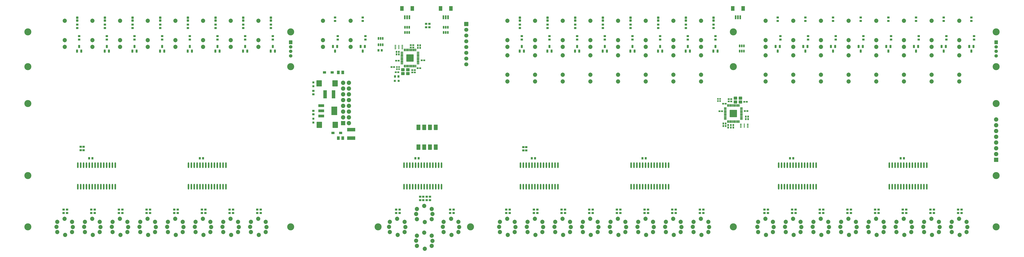
<source format=gts>
G04 Layer: TopSolderMaskLayer*
G04 EasyEDA v6.5.34, 2023-08-15 01:36:41*
G04 4f68baccf90e46bd970f154785848b76,5a6b42c53f6a479593ecc07194224c93,10*
G04 Gerber Generator version 0.2*
G04 Scale: 100 percent, Rotated: No, Reflected: No *
G04 Dimensions in millimeters *
G04 leading zeros omitted , absolute positions ,4 integer and 5 decimal *
%FSLAX45Y45*%
%MOMM*%

%AMMACRO1*1,1,$1,$2,$3*1,1,$1,$4,$5*1,1,$1,0-$2,0-$3*1,1,$1,0-$4,0-$5*20,1,$1,$2,$3,$4,$5,0*20,1,$1,$4,$5,0-$2,0-$3,0*20,1,$1,0-$2,0-$3,0-$4,0-$5,0*20,1,$1,0-$4,0-$5,$2,$3,0*4,1,4,$2,$3,$4,$5,0-$2,0-$3,0-$4,0-$5,$2,$3,0*%
%ADD10MACRO1,0.1016X0.9X-0.9X0.9X0.9*%
%ADD11C,1.9016*%
%ADD12MACRO1,0.1016X-0.275X-0.275X-0.275X0.275*%
%ADD13MACRO1,0.1016X-0.266X0.536X0.266X0.536*%
%ADD14MACRO1,0.1016X0.3X-0.775X-0.3X-0.775*%
%ADD15MACRO1,0.1016X0.75X-1X-0.75X-1*%
%ADD16MACRO1,0.1016X-0.27X0.395X0.27X0.395*%
%ADD17MACRO1,0.1016X-0.27X-0.395X0.27X-0.395*%
%ADD18MACRO1,0.1016X0.27X-0.395X-0.27X-0.395*%
%ADD19MACRO1,0.1016X0.27X0.395X-0.27X0.395*%
%ADD20MACRO1,0.1016X-0.7X0.6X-0.7X-0.6*%
%ADD21MACRO1,0.1016X0.7X0.6X0.7X-0.6*%
%ADD22MACRO1,0.1016X0.7X-0.6X0.7X0.6*%
%ADD23MACRO1,0.1016X-0.7X-0.6X-0.7X0.6*%
%ADD24MACRO1,0.1016X-0.395X-0.27X-0.395X0.27*%
%ADD25MACRO1,0.1016X0.395X-0.27X0.395X0.27*%
%ADD26MACRO1,0.1X0.55X-0.1X-0.55X-0.1*%
%ADD27MACRO1,0.1X0.1X0.55X0.1X-0.55*%
%ADD28MACRO1,0.1X-0.55X0.1X0.55X0.1*%
%ADD29MACRO1,0.1X-0.1X-0.55X-0.1X0.55*%
%ADD30MACRO1,0.1X1.55X-1.55X-1.55X-1.55*%
%ADD31MACRO1,0.1016X0.3X-0.14X-0.3X-0.14*%
%ADD32MACRO1,0.1016X-0.15X0.85X0.15X0.85*%
%ADD33MACRO1,0.1016X0.395X0.27X0.395X-0.27*%
%ADD34MACRO1,0.1016X-0.395X0.27X-0.395X-0.27*%
%ADD35MACRO1,0.1016X1.7496X-0.7033X-1.7496X-0.7033*%
%ADD36MACRO1,0.1016X1.7496X0.7033X-1.7496X0.7033*%
%ADD37MACRO1,0.1016X-0.4X0.4X0.4X0.4*%
%ADD38MACRO1,0.1016X0.4X-0.4X-0.4X-0.4*%
%ADD39MACRO1,0.1016X-0.5663X0.6885X-0.5663X-0.6885*%
%ADD40MACRO1,0.1016X0.5663X0.6885X0.5663X-0.6885*%
%ADD41MACRO1,0.1016X0.6X-0.475X-0.6X-0.475*%
%ADD42MACRO1,0.1016X-1.2325X0.525X-1.2325X-0.525*%
%ADD43MACRO1,0.1016X-1.2325X-1.77X-1.2325X1.77*%
%ADD44MACRO1,0.1016X1.1038X1.296X1.1038X-1.296*%
%ADD45MACRO1,0.1016X-1.1038X1.296X-1.1038X-1.296*%
%ADD46MACRO1,0.1016X0.7033X1.7496X0.7033X-1.7496*%
%ADD47MACRO1,0.1016X-0.7033X1.7496X-0.7033X-1.7496*%
%ADD48MACRO1,0.1016X-0.432X0.4032X0.432X0.4032*%
%ADD49MACRO1,0.1016X-0.432X-0.4032X0.432X-0.4032*%
%ADD50MACRO1,0.1016X0.432X-0.4032X-0.432X-0.4032*%
%ADD51MACRO1,0.1016X0.432X0.4032X-0.432X0.4032*%
%ADD52MACRO1,0.1016X-0.4536X0.4366X0.4536X0.4366*%
%ADD53MACRO1,0.1016X-0.4536X-0.4366X0.4536X-0.4366*%
%ADD54O,0.6755891999999999X2.4896064*%
%ADD55MACRO1,0.1016X-0.4X0.45X0.4X0.45*%
%ADD56C,1.8532*%
%ADD57MACRO1,0.1016X0.4X-0.45X-0.4X-0.45*%
%ADD58MACRO1,0.1016X-0.275X-0.5X-0.275X0.5*%
%ADD59MACRO1,0.1016X-0.762X-1.143X-0.762X1.143*%
%ADD60MACRO1,0.1016X0.4X0.4X0.4X-0.4*%
%ADD61MACRO1,0.1016X0.275X-0.275X-0.275X-0.275*%
%ADD62MACRO1,0.1016X-0.3X0.14X0.3X0.14*%
%ADD63MACRO1,0.1016X0.15X-0.85X-0.15X-0.85*%
%ADD64MACRO1,0.1X-1.55X1.55X1.55X1.55*%
%ADD65MACRO1,0.1016X-0.4032X-0.432X-0.4032X0.432*%
%ADD66MACRO1,0.1016X0.4032X-0.432X0.4032X0.432*%
%ADD67C,1.5016*%
%ADD68MACRO1,0.1016X0.7X0.762X0.7X-0.762*%
%ADD69MACRO1,0.1016X0.85X-0.85X0.85X0.85*%
%ADD70C,1.8016*%
%ADD71MACRO1,0.1016X-0.9X-0.9X-0.9X0.9*%
%ADD72MACRO1,0.1016X-0.35X-0.625X-0.35X0.625*%
%ADD73MACRO1,0.1016X0.35X0.625X0.35X-0.625*%
%ADD74C,3.1016*%
%ADD75C,0.0189*%

%LPD*%
D10*
G01*
X16682887Y2946394D03*
D11*
G01*
X16936897Y2946400D03*
G01*
X16682897Y3200400D03*
G01*
X16936897Y3200400D03*
G01*
X16682897Y3454400D03*
G01*
X16936897Y3454400D03*
G01*
X16682897Y3708400D03*
G01*
X16936897Y3708400D03*
G01*
X16682897Y3962400D03*
G01*
X16936897Y3962400D03*
G01*
X16682897Y4216400D03*
G01*
X16936897Y4216400D03*
G01*
X16682897Y4470400D03*
G01*
X16936897Y4470400D03*
G01*
X16682897Y4724400D03*
G01*
X16936897Y4724400D03*
D12*
G01*
X33200494Y3920915D03*
G01*
X33295511Y3920915D03*
G01*
X33295516Y4015938D03*
G01*
X33200494Y4015936D03*
D13*
G01*
X34156904Y6120790D03*
G01*
X34251900Y6120790D03*
G01*
X34346896Y6120790D03*
G01*
X34346896Y6350609D03*
G01*
X34251900Y6350609D03*
G01*
X34156904Y6350609D03*
D14*
G01*
X34186799Y7616748D03*
G01*
X34086800Y7616748D03*
G01*
X33986800Y7616748D03*
D15*
G01*
X33856799Y8004248D03*
G01*
X34316798Y8004248D03*
D16*
G01*
X33540697Y2818053D03*
D17*
G01*
X33540697Y2927065D03*
D16*
G01*
X33655000Y2752194D03*
D17*
G01*
X33655000Y2861205D03*
D18*
G01*
X33439097Y2927065D03*
D19*
G01*
X33439097Y2818053D03*
D20*
G01*
X34196797Y4049748D03*
D21*
G01*
X33976797Y4049748D03*
D22*
G01*
X33976797Y3879745D03*
D23*
G01*
X34196797Y3879745D03*
D24*
G01*
X34471505Y3886200D03*
D25*
G01*
X34362494Y3886200D03*
D24*
G01*
X33785705Y4002857D03*
D25*
G01*
X33676694Y4002857D03*
D24*
G01*
X33785705Y3901257D03*
D25*
G01*
X33676694Y3901257D03*
D26*
G01*
X34238606Y3107852D03*
G01*
X34238606Y3147857D03*
G01*
X34238606Y3187862D03*
G01*
X34238606Y3227867D03*
G01*
X34238606Y3267847D03*
G01*
X34238606Y3307852D03*
G01*
X34238606Y3347857D03*
G01*
X34238606Y3387862D03*
G01*
X34238606Y3427867D03*
G01*
X34238606Y3467846D03*
G01*
X34238606Y3507851D03*
G01*
X34238606Y3547856D03*
G01*
X34238606Y3587861D03*
G01*
X34238606Y3627866D03*
D27*
G01*
X34143591Y3722855D03*
G01*
X34103612Y3722855D03*
G01*
X34063607Y3722855D03*
G01*
X34023602Y3722855D03*
G01*
X33983597Y3722855D03*
G01*
X33943592Y3722855D03*
G01*
X33903612Y3722855D03*
G01*
X33863607Y3722855D03*
G01*
X33823602Y3722855D03*
G01*
X33783597Y3722855D03*
G01*
X33743592Y3722855D03*
G01*
X33703613Y3722855D03*
G01*
X33663608Y3722855D03*
G01*
X33623603Y3722855D03*
D28*
G01*
X33528589Y3627866D03*
G01*
X33528589Y3587861D03*
G01*
X33528589Y3547856D03*
G01*
X33528589Y3507851D03*
G01*
X33528589Y3467846D03*
G01*
X33528589Y3427867D03*
G01*
X33528589Y3387862D03*
G01*
X33528589Y3347857D03*
G01*
X33528589Y3307852D03*
G01*
X33528589Y3267847D03*
G01*
X33528589Y3227867D03*
G01*
X33528589Y3187862D03*
G01*
X33528589Y3147857D03*
G01*
X33528589Y3107852D03*
D29*
G01*
X33623603Y3012864D03*
G01*
X33663608Y3012864D03*
G01*
X33703613Y3012864D03*
G01*
X33743592Y3012864D03*
G01*
X33783597Y3012864D03*
G01*
X33823602Y3012864D03*
G01*
X33863607Y3012864D03*
G01*
X33903612Y3012864D03*
G01*
X33943592Y3012864D03*
G01*
X33983597Y3012864D03*
G01*
X34023602Y3012864D03*
G01*
X34063607Y3012864D03*
G01*
X34103612Y3012864D03*
G01*
X34143591Y3012864D03*
D30*
G01*
X33883602Y3367854D03*
D24*
G01*
X33544405Y3799657D03*
D25*
G01*
X33435394Y3799657D03*
D31*
G01*
X34215461Y2909460D03*
G01*
X34215461Y2859448D03*
G01*
X34215461Y2809460D03*
G01*
X34215461Y2759448D03*
G01*
X34516943Y2909460D03*
G01*
X34516943Y2859448D03*
G01*
X34516943Y2809460D03*
G01*
X34516943Y2759448D03*
D32*
G01*
X34366205Y2834457D03*
D16*
G01*
X34429697Y3122853D03*
D17*
G01*
X34429697Y3231865D03*
D16*
G01*
X34531297Y3122853D03*
D17*
G01*
X34531297Y3231865D03*
D33*
G01*
X34387894Y3482157D03*
D34*
G01*
X34496905Y3482157D03*
D16*
G01*
X33883600Y2752194D03*
D17*
G01*
X33883600Y2861205D03*
D18*
G01*
X33769300Y2861205D03*
D19*
G01*
X33769300Y2752194D03*
D24*
G01*
X33379303Y3469459D03*
D25*
G01*
X33270291Y3469459D03*
D35*
G01*
X17043389Y2661826D03*
D36*
G01*
X17043389Y2291158D03*
D37*
G01*
X15374787Y4574405D03*
G01*
X15374787Y4744585D03*
D38*
G01*
X15374787Y3144387D03*
G01*
X15374787Y2974207D03*
D39*
G01*
X16665211Y2284594D03*
D40*
G01*
X16471958Y2284594D03*
D39*
G01*
X16670116Y5181588D03*
D40*
G01*
X16476863Y5181588D03*
D41*
G01*
X15865185Y5181592D03*
G01*
X16205189Y5181592D03*
G01*
X16233485Y2513197D03*
G01*
X16573489Y2513197D03*
D42*
G01*
X15724037Y3722491D03*
G01*
X15724037Y3492492D03*
G01*
X15724037Y3262492D03*
D43*
G01*
X16295537Y3492492D03*
D44*
G01*
X15633263Y2868797D03*
D45*
G01*
X16335512Y2868797D03*
D44*
G01*
X15625475Y4699000D03*
D45*
G01*
X16327724Y4699000D03*
D46*
G01*
X15887954Y4214995D03*
D47*
G01*
X16258621Y4214995D03*
D48*
G01*
X15374787Y4215870D03*
D49*
G01*
X15374787Y4366520D03*
D50*
G01*
X15374787Y3490222D03*
D51*
G01*
X15374787Y3339572D03*
D52*
G01*
X25692100Y7468943D03*
D53*
G01*
X25692100Y7593256D03*
D52*
G01*
X26911300Y7468943D03*
D53*
G01*
X26911300Y7593256D03*
D52*
G01*
X28130500Y7468943D03*
D53*
G01*
X28130500Y7593256D03*
D52*
G01*
X29349700Y7468943D03*
D53*
G01*
X29349700Y7593256D03*
D52*
G01*
X30568900Y7468943D03*
D53*
G01*
X30568900Y7593256D03*
D52*
G01*
X31788100Y7468943D03*
D53*
G01*
X31788100Y7593256D03*
D52*
G01*
X33007300Y7468943D03*
D53*
G01*
X33007300Y7593256D03*
D52*
G01*
X24472900Y7468943D03*
D53*
G01*
X24472900Y7593256D03*
D54*
G01*
X31026100Y1096695D03*
G01*
X30899100Y1096695D03*
G01*
X30772100Y1096695D03*
G01*
X30645100Y1096695D03*
G01*
X30518100Y1096695D03*
G01*
X30391100Y1096695D03*
G01*
X30264100Y1096695D03*
G01*
X30137100Y1096695D03*
G01*
X30010100Y1096695D03*
G01*
X29883100Y1096695D03*
G01*
X29756100Y1096695D03*
G01*
X29629100Y1096695D03*
G01*
X29502100Y1096695D03*
G01*
X29375100Y1096695D03*
G01*
X31026100Y147904D03*
G01*
X30899100Y147904D03*
G01*
X30772100Y147904D03*
G01*
X30645100Y147904D03*
G01*
X30518100Y147904D03*
G01*
X30391100Y147904D03*
G01*
X30264100Y147904D03*
G01*
X30137100Y147904D03*
G01*
X30010100Y147904D03*
G01*
X29883100Y147904D03*
G01*
X29756100Y147904D03*
G01*
X29629100Y147904D03*
G01*
X29502100Y147904D03*
G01*
X29375100Y147904D03*
D55*
G01*
X30016599Y1397000D03*
G01*
X29876600Y1397000D03*
D56*
G01*
X27901900Y-1854200D03*
G01*
X27251888Y-1854200D03*
G01*
X27901900Y-1404188D03*
G01*
X27251888Y-1404188D03*
G01*
X27576907Y-1269212D03*
G01*
X27936901Y-1629206D03*
G01*
X27597100Y-1981200D03*
G01*
X27216100Y-1625600D03*
G01*
X26682700Y-1854200D03*
G01*
X26032688Y-1854200D03*
G01*
X26682700Y-1404188D03*
G01*
X26032688Y-1404188D03*
G01*
X26357707Y-1269212D03*
G01*
X26717701Y-1629206D03*
G01*
X26377900Y-1981200D03*
G01*
X25996900Y-1625600D03*
G01*
X25463500Y-1854200D03*
G01*
X24813488Y-1854200D03*
G01*
X25463500Y-1404188D03*
G01*
X24813488Y-1404188D03*
G01*
X25138506Y-1269212D03*
G01*
X25498501Y-1629206D03*
G01*
X25158700Y-1981200D03*
G01*
X24777700Y-1625600D03*
G01*
X24244300Y-1854200D03*
G01*
X23594288Y-1854200D03*
G01*
X24244300Y-1404188D03*
G01*
X23594288Y-1404188D03*
G01*
X23919306Y-1269212D03*
G01*
X24279301Y-1629206D03*
G01*
X23939500Y-1981200D03*
G01*
X23558500Y-1625600D03*
D50*
G01*
X27686000Y-864475D03*
D51*
G01*
X27686000Y-1015124D03*
D50*
G01*
X27533600Y-864475D03*
D51*
G01*
X27533600Y-1015124D03*
D50*
G01*
X26314400Y-864475D03*
D51*
G01*
X26314400Y-1015124D03*
D50*
G01*
X26466800Y-864475D03*
D51*
G01*
X26466800Y-1015124D03*
D50*
G01*
X25247600Y-864475D03*
D51*
G01*
X25247600Y-1015124D03*
D50*
G01*
X25095200Y-864475D03*
D51*
G01*
X25095200Y-1015124D03*
D50*
G01*
X24028400Y-864475D03*
D51*
G01*
X24028400Y-1015124D03*
D50*
G01*
X23876000Y-864475D03*
D51*
G01*
X23876000Y-1015124D03*
D56*
G01*
X32778700Y-1854200D03*
G01*
X32128688Y-1854200D03*
G01*
X32778700Y-1404188D03*
G01*
X32128688Y-1404188D03*
G01*
X32453707Y-1269212D03*
G01*
X32813701Y-1629206D03*
G01*
X32473900Y-1981200D03*
G01*
X32092900Y-1625600D03*
G01*
X31559500Y-1854200D03*
G01*
X30909488Y-1854200D03*
G01*
X31559500Y-1404188D03*
G01*
X30909488Y-1404188D03*
G01*
X31234507Y-1269212D03*
G01*
X31594501Y-1629206D03*
G01*
X31254700Y-1981200D03*
G01*
X30873700Y-1625600D03*
G01*
X30340300Y-1854200D03*
G01*
X29690288Y-1854200D03*
G01*
X30340300Y-1404188D03*
G01*
X29690288Y-1404188D03*
G01*
X30015307Y-1269212D03*
G01*
X30375301Y-1629206D03*
G01*
X30035500Y-1981200D03*
G01*
X29654500Y-1625600D03*
G01*
X29121100Y-1854200D03*
G01*
X28471088Y-1854200D03*
G01*
X29121100Y-1404188D03*
G01*
X28471088Y-1404188D03*
G01*
X28796107Y-1269212D03*
G01*
X29156101Y-1629206D03*
G01*
X28816300Y-1981200D03*
G01*
X28435300Y-1625600D03*
D50*
G01*
X32562800Y-864475D03*
D51*
G01*
X32562800Y-1015124D03*
D50*
G01*
X32410400Y-864475D03*
D51*
G01*
X32410400Y-1015124D03*
D50*
G01*
X31343600Y-864475D03*
D51*
G01*
X31343600Y-1015124D03*
D50*
G01*
X31191200Y-864475D03*
D51*
G01*
X31191200Y-1015124D03*
D50*
G01*
X30124400Y-864475D03*
D51*
G01*
X30124400Y-1015124D03*
D50*
G01*
X29972000Y-864475D03*
D51*
G01*
X29972000Y-1015124D03*
D50*
G01*
X28905200Y-864475D03*
D51*
G01*
X28905200Y-1015124D03*
D50*
G01*
X28752800Y-864475D03*
D51*
G01*
X28752800Y-1015124D03*
D54*
G01*
X26149300Y1096695D03*
G01*
X26022300Y1096695D03*
G01*
X25895300Y1096695D03*
G01*
X25768300Y1096695D03*
G01*
X25641300Y1096695D03*
G01*
X25514300Y1096695D03*
G01*
X25387300Y1096695D03*
G01*
X25260300Y1096695D03*
G01*
X25133300Y1096695D03*
G01*
X25006300Y1096695D03*
G01*
X24879300Y1096695D03*
G01*
X24752300Y1096695D03*
G01*
X24625300Y1096695D03*
G01*
X24498300Y1096695D03*
G01*
X26149300Y147904D03*
G01*
X26022300Y147904D03*
G01*
X25895300Y147904D03*
G01*
X25768300Y147904D03*
G01*
X25641300Y147904D03*
G01*
X25514300Y147904D03*
G01*
X25387300Y147904D03*
G01*
X25260300Y147904D03*
G01*
X25133300Y147904D03*
G01*
X25006300Y147904D03*
G01*
X24879300Y147904D03*
G01*
X24752300Y147904D03*
G01*
X24625300Y147904D03*
G01*
X24498300Y147904D03*
D55*
G01*
X25139799Y1397000D03*
G01*
X24999800Y1397000D03*
D54*
G01*
X42405300Y1096695D03*
G01*
X42278300Y1096695D03*
G01*
X42151300Y1096695D03*
G01*
X42024300Y1096695D03*
G01*
X41897300Y1096695D03*
G01*
X41770300Y1096695D03*
G01*
X41643300Y1096695D03*
G01*
X41516300Y1096695D03*
G01*
X41389300Y1096695D03*
G01*
X41262300Y1096695D03*
G01*
X41135300Y1096695D03*
G01*
X41008300Y1096695D03*
G01*
X40881300Y1096695D03*
G01*
X40754300Y1096695D03*
G01*
X42405300Y147904D03*
G01*
X42278300Y147904D03*
G01*
X42151300Y147904D03*
G01*
X42024300Y147904D03*
G01*
X41897300Y147904D03*
G01*
X41770300Y147904D03*
G01*
X41643300Y147904D03*
G01*
X41516300Y147904D03*
G01*
X41389300Y147904D03*
G01*
X41262300Y147904D03*
G01*
X41135300Y147904D03*
G01*
X41008300Y147904D03*
G01*
X40881300Y147904D03*
G01*
X40754300Y147904D03*
D55*
G01*
X41395799Y1397000D03*
G01*
X41255800Y1397000D03*
D56*
G01*
X39281100Y-1854200D03*
G01*
X38631088Y-1854200D03*
G01*
X39281100Y-1404188D03*
G01*
X38631088Y-1404188D03*
G01*
X38956107Y-1269212D03*
G01*
X39316101Y-1629206D03*
G01*
X38976300Y-1981200D03*
G01*
X38595300Y-1625600D03*
G01*
X38061900Y-1854200D03*
G01*
X37411888Y-1854200D03*
G01*
X38061900Y-1404188D03*
G01*
X37411888Y-1404188D03*
G01*
X37736907Y-1269212D03*
G01*
X38096901Y-1629206D03*
G01*
X37757100Y-1981200D03*
G01*
X37376100Y-1625600D03*
G01*
X36842700Y-1854200D03*
G01*
X36192688Y-1854200D03*
G01*
X36842700Y-1404188D03*
G01*
X36192688Y-1404188D03*
G01*
X36517707Y-1269212D03*
G01*
X36877701Y-1629206D03*
G01*
X36537900Y-1981200D03*
G01*
X36156900Y-1625600D03*
G01*
X35623500Y-1854200D03*
G01*
X34973488Y-1854200D03*
G01*
X35623500Y-1404188D03*
G01*
X34973488Y-1404188D03*
G01*
X35298507Y-1269212D03*
G01*
X35658501Y-1629206D03*
G01*
X35318700Y-1981200D03*
G01*
X34937700Y-1625600D03*
D50*
G01*
X39065200Y-864475D03*
D51*
G01*
X39065200Y-1015124D03*
D50*
G01*
X38912800Y-864475D03*
D51*
G01*
X38912800Y-1015124D03*
D50*
G01*
X37693600Y-864475D03*
D51*
G01*
X37693600Y-1015124D03*
D50*
G01*
X37846000Y-864475D03*
D51*
G01*
X37846000Y-1015124D03*
D50*
G01*
X36626800Y-864475D03*
D51*
G01*
X36626800Y-1015124D03*
D50*
G01*
X36474400Y-864475D03*
D51*
G01*
X36474400Y-1015124D03*
D50*
G01*
X35407600Y-864475D03*
D51*
G01*
X35407600Y-1015124D03*
D50*
G01*
X35255200Y-864475D03*
D51*
G01*
X35255200Y-1015124D03*
D56*
G01*
X44157900Y-1854200D03*
G01*
X43507888Y-1854200D03*
G01*
X44157900Y-1404188D03*
G01*
X43507888Y-1404188D03*
G01*
X43832907Y-1269212D03*
G01*
X44192901Y-1629206D03*
G01*
X43853100Y-1981200D03*
G01*
X43472100Y-1625600D03*
G01*
X42938700Y-1854200D03*
G01*
X42288688Y-1854200D03*
G01*
X42938700Y-1404188D03*
G01*
X42288688Y-1404188D03*
G01*
X42613707Y-1269212D03*
G01*
X42973701Y-1629206D03*
G01*
X42633900Y-1981200D03*
G01*
X42252900Y-1625600D03*
G01*
X41719500Y-1854200D03*
G01*
X41069488Y-1854200D03*
G01*
X41719500Y-1404188D03*
G01*
X41069488Y-1404188D03*
G01*
X41394507Y-1269212D03*
G01*
X41754501Y-1629206D03*
G01*
X41414700Y-1981200D03*
G01*
X41033700Y-1625600D03*
G01*
X40500300Y-1854200D03*
G01*
X39850288Y-1854200D03*
G01*
X40500300Y-1404188D03*
G01*
X39850288Y-1404188D03*
G01*
X40175307Y-1269212D03*
G01*
X40535301Y-1629206D03*
G01*
X40195500Y-1981200D03*
G01*
X39814500Y-1625600D03*
D50*
G01*
X43942000Y-864475D03*
D51*
G01*
X43942000Y-1015124D03*
D50*
G01*
X43789600Y-864475D03*
D51*
G01*
X43789600Y-1015124D03*
D50*
G01*
X42722800Y-864475D03*
D51*
G01*
X42722800Y-1015124D03*
D50*
G01*
X42570400Y-864475D03*
D51*
G01*
X42570400Y-1015124D03*
D50*
G01*
X41503600Y-864475D03*
D51*
G01*
X41503600Y-1015124D03*
D50*
G01*
X41351200Y-864475D03*
D51*
G01*
X41351200Y-1015124D03*
D50*
G01*
X40284400Y-864475D03*
D51*
G01*
X40284400Y-1015124D03*
D50*
G01*
X40132000Y-864475D03*
D51*
G01*
X40132000Y-1015124D03*
D54*
G01*
X37528500Y1096695D03*
G01*
X37401500Y1096695D03*
G01*
X37274500Y1096695D03*
G01*
X37147500Y1096695D03*
G01*
X37020500Y1096695D03*
G01*
X36893500Y1096695D03*
G01*
X36766500Y1096695D03*
G01*
X36639500Y1096695D03*
G01*
X36512500Y1096695D03*
G01*
X36385500Y1096695D03*
G01*
X36258500Y1096695D03*
G01*
X36131500Y1096695D03*
G01*
X36004500Y1096695D03*
G01*
X35877500Y1096695D03*
G01*
X37528500Y147904D03*
G01*
X37401500Y147904D03*
G01*
X37274500Y147904D03*
G01*
X37147500Y147904D03*
G01*
X37020500Y147904D03*
G01*
X36893500Y147904D03*
G01*
X36766500Y147904D03*
G01*
X36639500Y147904D03*
G01*
X36512500Y147904D03*
G01*
X36385500Y147904D03*
G01*
X36258500Y147904D03*
G01*
X36131500Y147904D03*
G01*
X36004500Y147904D03*
G01*
X35877500Y147904D03*
D55*
G01*
X36518999Y1397000D03*
G01*
X36379000Y1397000D03*
D57*
G01*
X18243400Y6159500D03*
G01*
X18383399Y6159500D03*
D58*
G01*
X18243796Y6680502D03*
G01*
X18338792Y6680502D03*
G01*
X18433788Y6680502D03*
G01*
X18433788Y6400492D03*
G01*
X18338792Y6400492D03*
G01*
X18243796Y6400492D03*
D59*
G01*
X20002500Y1886597D03*
G01*
X20002500Y2761602D03*
G01*
X20256500Y2761602D03*
G01*
X20256500Y1886597D03*
G01*
X20510500Y1886597D03*
G01*
X20510500Y2761602D03*
G01*
X20764500Y2761602D03*
G01*
X20764500Y1886597D03*
D56*
G01*
X19392900Y-1854200D03*
G01*
X18742888Y-1854200D03*
G01*
X19392900Y-1404188D03*
G01*
X18742888Y-1404188D03*
G01*
X19067906Y-1269212D03*
G01*
X19427901Y-1629206D03*
G01*
X19088100Y-1981200D03*
G01*
X18707100Y-1625600D03*
G01*
X20586700Y-1282700D03*
G01*
X19936688Y-1282700D03*
G01*
X20586700Y-832688D03*
G01*
X19936688Y-832688D03*
G01*
X20261706Y-697712D03*
G01*
X20621701Y-1057706D03*
G01*
X20281900Y-1409700D03*
G01*
X19900900Y-1054100D03*
G01*
X20586700Y-2463800D03*
G01*
X19936688Y-2463800D03*
G01*
X20586700Y-2013788D03*
G01*
X19936688Y-2013788D03*
G01*
X20261706Y-1878812D03*
G01*
X20621701Y-2238806D03*
G01*
X20281900Y-2590800D03*
G01*
X19900900Y-2235200D03*
G01*
X21767800Y-1854200D03*
G01*
X21117788Y-1854200D03*
G01*
X21767800Y-1404188D03*
G01*
X21117788Y-1404188D03*
G01*
X21442806Y-1269212D03*
G01*
X21802801Y-1629206D03*
G01*
X21463000Y-1981200D03*
G01*
X21082000Y-1625600D03*
D54*
G01*
X21018500Y1096695D03*
G01*
X20891500Y1096695D03*
G01*
X20764500Y1096695D03*
G01*
X20637500Y1096695D03*
G01*
X20510500Y1096695D03*
G01*
X20383500Y1096695D03*
G01*
X20256500Y1096695D03*
G01*
X20129500Y1096695D03*
G01*
X20002500Y1096695D03*
G01*
X19875500Y1096695D03*
G01*
X19748500Y1096695D03*
G01*
X19621500Y1096695D03*
G01*
X19494500Y1096695D03*
G01*
X19367500Y1096695D03*
G01*
X21018500Y147904D03*
G01*
X20891500Y147904D03*
G01*
X20764500Y147904D03*
G01*
X20637500Y147904D03*
G01*
X20510500Y147904D03*
G01*
X20383500Y147904D03*
G01*
X20256500Y147904D03*
G01*
X20129500Y147904D03*
G01*
X20002500Y147904D03*
G01*
X19875500Y147904D03*
G01*
X19748500Y147904D03*
G01*
X19621500Y147904D03*
G01*
X19494500Y147904D03*
G01*
X19367500Y147904D03*
D55*
G01*
X20008999Y1397000D03*
G01*
X19869000Y1397000D03*
D50*
G01*
X19024600Y-864475D03*
D51*
G01*
X19024600Y-1015124D03*
D50*
G01*
X19177000Y-864475D03*
D51*
G01*
X19177000Y-1015124D03*
D50*
G01*
X20078700Y-292975D03*
D51*
G01*
X20078700Y-443624D03*
D50*
G01*
X20218400Y-292975D03*
D51*
G01*
X20218400Y-443624D03*
D50*
G01*
X20370800Y-292975D03*
D51*
G01*
X20370800Y-443624D03*
D50*
G01*
X20510500Y-292975D03*
D51*
G01*
X20510500Y-443624D03*
D50*
G01*
X21399500Y-864475D03*
D51*
G01*
X21399500Y-1015124D03*
D50*
G01*
X21551900Y-864475D03*
D51*
G01*
X21551900Y-1015124D03*
D60*
G01*
X18964910Y4813300D03*
G01*
X19135089Y4813300D03*
D14*
G01*
X19607199Y7616748D03*
G01*
X19507200Y7616748D03*
G01*
X19407200Y7616748D03*
D15*
G01*
X19277199Y8004248D03*
G01*
X19737198Y8004248D03*
D61*
G01*
X19148304Y5324574D03*
G01*
X19148304Y5419590D03*
G01*
X19053281Y5419595D03*
G01*
X19053282Y5324574D03*
D24*
G01*
X18926705Y5422900D03*
D25*
G01*
X18817694Y5422900D03*
D24*
G01*
X19129905Y5702300D03*
D25*
G01*
X19020894Y5702300D03*
D18*
G01*
X19037302Y6087000D03*
D19*
G01*
X19037302Y5977989D03*
D18*
G01*
X19138902Y6087000D03*
D19*
G01*
X19138902Y5977989D03*
D62*
G01*
X19289641Y6224196D03*
G01*
X19289641Y6274208D03*
G01*
X19289641Y6324196D03*
G01*
X19289641Y6374208D03*
G01*
X18988158Y6224196D03*
G01*
X18988158Y6274208D03*
G01*
X18988158Y6324196D03*
G01*
X18988158Y6374208D03*
D63*
G01*
X19138897Y6299200D03*
D33*
G01*
X20151194Y5715000D03*
D34*
G01*
X20260205Y5715000D03*
D33*
G01*
X19973394Y5372100D03*
D34*
G01*
X20082405Y5372100D03*
D24*
G01*
X19777605Y6388100D03*
D25*
G01*
X19668594Y6388100D03*
D28*
G01*
X19279193Y6076604D03*
G01*
X19279193Y6036599D03*
G01*
X19279193Y5996594D03*
G01*
X19279193Y5956589D03*
G01*
X19279193Y5916609D03*
G01*
X19279193Y5876604D03*
G01*
X19279193Y5836599D03*
G01*
X19279193Y5796594D03*
G01*
X19279193Y5756589D03*
G01*
X19279193Y5716610D03*
G01*
X19279193Y5676605D03*
G01*
X19279193Y5636600D03*
G01*
X19279193Y5596595D03*
G01*
X19279193Y5556590D03*
D29*
G01*
X19374208Y5461601D03*
G01*
X19414187Y5461601D03*
G01*
X19454192Y5461601D03*
G01*
X19494197Y5461601D03*
G01*
X19534202Y5461601D03*
G01*
X19574207Y5461601D03*
G01*
X19614187Y5461601D03*
G01*
X19654192Y5461601D03*
G01*
X19694197Y5461601D03*
G01*
X19734202Y5461601D03*
G01*
X19774207Y5461601D03*
G01*
X19814186Y5461601D03*
G01*
X19854191Y5461601D03*
G01*
X19894196Y5461601D03*
D26*
G01*
X19989210Y5556590D03*
G01*
X19989210Y5596595D03*
G01*
X19989210Y5636600D03*
G01*
X19989210Y5676605D03*
G01*
X19989210Y5716610D03*
G01*
X19989210Y5756589D03*
G01*
X19989210Y5796594D03*
G01*
X19989210Y5836599D03*
G01*
X19989210Y5876604D03*
G01*
X19989210Y5916609D03*
G01*
X19989210Y5956589D03*
G01*
X19989210Y5996594D03*
G01*
X19989210Y6036599D03*
G01*
X19989210Y6076604D03*
D27*
G01*
X19894196Y6171592D03*
G01*
X19854191Y6171592D03*
G01*
X19814186Y6171592D03*
G01*
X19774207Y6171592D03*
G01*
X19734202Y6171592D03*
G01*
X19694197Y6171592D03*
G01*
X19654192Y6171592D03*
G01*
X19614187Y6171592D03*
G01*
X19574207Y6171592D03*
G01*
X19534202Y6171592D03*
G01*
X19494197Y6171592D03*
G01*
X19454192Y6171592D03*
G01*
X19414187Y6171592D03*
G01*
X19374208Y6171592D03*
D64*
G01*
X19634197Y5816602D03*
D33*
G01*
X19732094Y5283200D03*
D34*
G01*
X19841105Y5283200D03*
D33*
G01*
X19732094Y5181600D03*
D34*
G01*
X19841105Y5181600D03*
D33*
G01*
X19008196Y5194297D03*
D34*
G01*
X19117208Y5194297D03*
D22*
G01*
X19321002Y5134709D03*
D23*
G01*
X19541002Y5134709D03*
D20*
G01*
X19541002Y5304711D03*
D21*
G01*
X19321002Y5304711D03*
D16*
G01*
X20078700Y6270094D03*
D17*
G01*
X20078700Y6379105D03*
D33*
G01*
X19668594Y6286500D03*
D34*
G01*
X19777605Y6286500D03*
D18*
G01*
X19977100Y6379105D03*
D19*
G01*
X19977100Y6270094D03*
D13*
G01*
X19412204Y6946290D03*
G01*
X19507200Y6946290D03*
G01*
X19602195Y6946290D03*
G01*
X19602195Y7176109D03*
G01*
X19507200Y7176109D03*
G01*
X19412204Y7176109D03*
D65*
G01*
X19125324Y5003800D03*
D66*
G01*
X18974675Y5003800D03*
D14*
G01*
X21308999Y7616748D03*
G01*
X21209000Y7616748D03*
G01*
X21109000Y7616748D03*
D15*
G01*
X20978999Y8004248D03*
G01*
X21438998Y8004248D03*
D13*
G01*
X21114004Y6946290D03*
G01*
X21209000Y6946290D03*
G01*
X21303995Y6946290D03*
G01*
X21303995Y7176109D03*
G01*
X21209000Y7176109D03*
G01*
X21114004Y7176109D03*
D54*
G01*
X11518900Y1096695D03*
G01*
X11391900Y1096695D03*
G01*
X11264900Y1096695D03*
G01*
X11137900Y1096695D03*
G01*
X11010900Y1096695D03*
G01*
X10883900Y1096695D03*
G01*
X10756900Y1096695D03*
G01*
X10629900Y1096695D03*
G01*
X10502900Y1096695D03*
G01*
X10375900Y1096695D03*
G01*
X10248900Y1096695D03*
G01*
X10121900Y1096695D03*
G01*
X9994900Y1096695D03*
G01*
X9867900Y1096695D03*
G01*
X11518900Y147904D03*
G01*
X11391900Y147904D03*
G01*
X11264900Y147904D03*
G01*
X11137900Y147904D03*
G01*
X11010900Y147904D03*
G01*
X10883900Y147904D03*
G01*
X10756900Y147904D03*
G01*
X10629900Y147904D03*
G01*
X10502900Y147904D03*
G01*
X10375900Y147904D03*
G01*
X10248900Y147904D03*
G01*
X10121900Y147904D03*
G01*
X9994900Y147904D03*
G01*
X9867900Y147904D03*
D52*
G01*
X4965700Y7468943D03*
D53*
G01*
X4965700Y7593256D03*
D52*
G01*
X6184900Y7468943D03*
D53*
G01*
X6184900Y7593256D03*
D52*
G01*
X7404100Y7468943D03*
D53*
G01*
X7404100Y7593256D03*
D52*
G01*
X8623300Y7468943D03*
D53*
G01*
X8623300Y7593256D03*
D55*
G01*
X10509399Y1397000D03*
G01*
X10369400Y1397000D03*
D52*
G01*
X9842500Y7468943D03*
D53*
G01*
X9842500Y7593256D03*
D52*
G01*
X11061700Y7468943D03*
D53*
G01*
X11061700Y7593256D03*
D52*
G01*
X12280900Y7468943D03*
D53*
G01*
X12280900Y7593256D03*
D52*
G01*
X13500100Y7468943D03*
D53*
G01*
X13500100Y7593256D03*
D67*
G01*
X14376400Y5910300D03*
G01*
X14376400Y6110300D03*
G01*
X14376400Y6310299D03*
D68*
G01*
X14376400Y6510299D03*
D67*
G01*
X45466000Y5910300D03*
G01*
X45466000Y6110300D03*
G01*
X45466000Y6310299D03*
D68*
G01*
X45466000Y6510299D03*
D69*
G01*
X22114156Y7314288D03*
D70*
G01*
X22114151Y7060290D03*
G01*
X22114151Y6806290D03*
G01*
X22114151Y6552290D03*
G01*
X22114151Y6298290D03*
G01*
X22114151Y6044290D03*
G01*
X22114151Y5790290D03*
G01*
X22114151Y5536290D03*
D56*
G01*
X4419600Y7459598D03*
G01*
X4419600Y6609613D03*
G01*
X4419600Y6309588D03*
G01*
X5638800Y7459598D03*
G01*
X5638800Y6609613D03*
G01*
X5638800Y6309588D03*
G01*
X6858000Y7459598D03*
G01*
X6858000Y6609613D03*
G01*
X6858000Y6309588D03*
G01*
X8077200Y7459598D03*
G01*
X8077200Y6609613D03*
G01*
X8077200Y6309588D03*
G01*
X9296400Y7459598D03*
G01*
X9296400Y6609613D03*
G01*
X9296400Y6309588D03*
G01*
X10515600Y7459598D03*
G01*
X10515600Y6609613D03*
G01*
X10515600Y6309588D03*
G01*
X11734800Y7459598D03*
G01*
X11734800Y6609613D03*
G01*
X11734800Y6309588D03*
G01*
X12954000Y7459598D03*
G01*
X12954000Y6609613D03*
G01*
X12954000Y6309588D03*
G01*
X15798800Y7459598D03*
G01*
X15798800Y6609613D03*
G01*
X15798800Y6309588D03*
G01*
X17018000Y7459598D03*
G01*
X17018000Y6609613D03*
G01*
X17018000Y6309588D03*
G01*
X23926800Y7459598D03*
G01*
X23926800Y6609613D03*
G01*
X23926800Y6309588D03*
G01*
X25146000Y7459598D03*
G01*
X25146000Y6609613D03*
G01*
X25146000Y6309588D03*
G01*
X26365200Y7459598D03*
G01*
X26365200Y6609613D03*
G01*
X26365200Y6309588D03*
G01*
X27584400Y7459598D03*
G01*
X27584400Y6609613D03*
G01*
X27584400Y6309588D03*
G01*
X28803600Y7459598D03*
G01*
X28803600Y6609613D03*
G01*
X28803600Y6309588D03*
G01*
X30022800Y7459598D03*
G01*
X30022800Y6609613D03*
G01*
X30022800Y6309588D03*
G01*
X31242000Y7459598D03*
G01*
X31242000Y6609613D03*
G01*
X31242000Y6309588D03*
G01*
X32461200Y7459598D03*
G01*
X32461200Y6609613D03*
G01*
X32461200Y6309588D03*
G01*
X23926800Y5935598D03*
G01*
X23926800Y5085613D03*
G01*
X23926800Y4785588D03*
G01*
X25146000Y5935598D03*
G01*
X25146000Y5085613D03*
G01*
X25146000Y4785588D03*
G01*
X26365200Y5935598D03*
G01*
X26365200Y5085613D03*
G01*
X26365200Y4785588D03*
G01*
X27584400Y5935598D03*
G01*
X27584400Y5085613D03*
G01*
X27584400Y4785588D03*
G01*
X28803600Y5935598D03*
G01*
X28803600Y5085613D03*
G01*
X28803600Y4785588D03*
G01*
X30022800Y5935598D03*
G01*
X30022800Y5085613D03*
G01*
X30022800Y4785588D03*
G01*
X31242000Y5935598D03*
G01*
X31242000Y5085613D03*
G01*
X31242000Y4785588D03*
G01*
X32461200Y5935598D03*
G01*
X32461200Y5085613D03*
G01*
X32461200Y4785588D03*
G01*
X35306000Y7459598D03*
G01*
X35306000Y6609613D03*
G01*
X35306000Y6309588D03*
G01*
X36525200Y7459598D03*
G01*
X36525200Y6609613D03*
G01*
X36525200Y6309588D03*
G01*
X37744400Y7459598D03*
G01*
X37744400Y6609613D03*
G01*
X37744400Y6309588D03*
G01*
X38963600Y7459598D03*
G01*
X38963600Y6609613D03*
G01*
X38963600Y6309588D03*
G01*
X40182800Y7459598D03*
G01*
X40182800Y6609613D03*
G01*
X40182800Y6309588D03*
G01*
X41402000Y7459598D03*
G01*
X41402000Y6609613D03*
G01*
X41402000Y6309588D03*
G01*
X42621200Y7459598D03*
G01*
X42621200Y6609613D03*
G01*
X42621200Y6309588D03*
G01*
X43840400Y7459598D03*
G01*
X43840400Y6609613D03*
G01*
X43840400Y6309588D03*
G01*
X35306000Y5935598D03*
G01*
X35306000Y5085613D03*
G01*
X35306000Y4785588D03*
G01*
X36525200Y5935598D03*
G01*
X36525200Y5085613D03*
G01*
X36525200Y4785588D03*
G01*
X37744400Y5935598D03*
G01*
X37744400Y5085613D03*
G01*
X37744400Y4785588D03*
G01*
X38963600Y5935598D03*
G01*
X38963600Y5085613D03*
G01*
X38963600Y4785588D03*
G01*
X40182800Y5935598D03*
G01*
X40182800Y5085613D03*
G01*
X40182800Y4785588D03*
G01*
X41402000Y5935598D03*
G01*
X41402000Y5085613D03*
G01*
X41402000Y4785588D03*
G01*
X42621200Y5935598D03*
G01*
X42621200Y5085613D03*
G01*
X42621200Y4785588D03*
G01*
X43840400Y5935598D03*
G01*
X43840400Y5085613D03*
G01*
X43840400Y4785588D03*
D71*
G01*
X45466010Y1333494D03*
D11*
G01*
X45466025Y1587500D03*
G01*
X45466025Y1841500D03*
G01*
X45466025Y2095500D03*
G01*
X45466025Y2349500D03*
G01*
X45466025Y2603500D03*
G01*
X45466025Y2857500D03*
G01*
X45466025Y3111500D03*
D56*
G01*
X8394700Y-1854200D03*
G01*
X7744688Y-1854200D03*
G01*
X8394700Y-1404188D03*
G01*
X7744688Y-1404188D03*
G01*
X8069706Y-1269212D03*
G01*
X8429701Y-1629206D03*
G01*
X8089900Y-1981200D03*
G01*
X7708900Y-1625600D03*
G01*
X7175500Y-1854200D03*
G01*
X6525488Y-1854200D03*
G01*
X7175500Y-1404188D03*
G01*
X6525488Y-1404188D03*
G01*
X6850506Y-1269212D03*
G01*
X7210501Y-1629206D03*
G01*
X6870700Y-1981200D03*
G01*
X6489700Y-1625600D03*
G01*
X5956300Y-1854200D03*
G01*
X5306288Y-1854200D03*
G01*
X5956300Y-1404188D03*
G01*
X5306288Y-1404188D03*
G01*
X5631306Y-1269212D03*
G01*
X5991301Y-1629206D03*
G01*
X5651500Y-1981200D03*
G01*
X5270500Y-1625600D03*
G01*
X4737100Y-1854200D03*
G01*
X4087088Y-1854200D03*
G01*
X4737100Y-1404188D03*
G01*
X4087088Y-1404188D03*
G01*
X4412106Y-1269212D03*
G01*
X4772101Y-1629206D03*
G01*
X4432300Y-1981200D03*
G01*
X4051300Y-1625600D03*
D50*
G01*
X8178800Y-864475D03*
D51*
G01*
X8178800Y-1015124D03*
D50*
G01*
X8026400Y-864475D03*
D51*
G01*
X8026400Y-1015124D03*
D50*
G01*
X6807200Y-864475D03*
D51*
G01*
X6807200Y-1015124D03*
D50*
G01*
X6959600Y-864475D03*
D51*
G01*
X6959600Y-1015124D03*
D50*
G01*
X5740400Y-864475D03*
D51*
G01*
X5740400Y-1015124D03*
D50*
G01*
X5588000Y-864475D03*
D51*
G01*
X5588000Y-1015124D03*
D50*
G01*
X4521200Y-864475D03*
D51*
G01*
X4521200Y-1015124D03*
D50*
G01*
X4368800Y-864475D03*
D51*
G01*
X4368800Y-1015124D03*
D56*
G01*
X13271500Y-1854200D03*
G01*
X12621488Y-1854200D03*
G01*
X13271500Y-1404188D03*
G01*
X12621488Y-1404188D03*
G01*
X12946506Y-1269212D03*
G01*
X13306501Y-1629206D03*
G01*
X12966700Y-1981200D03*
G01*
X12585700Y-1625600D03*
G01*
X12052300Y-1854200D03*
G01*
X11402288Y-1854200D03*
G01*
X12052300Y-1404188D03*
G01*
X11402288Y-1404188D03*
G01*
X11727306Y-1269212D03*
G01*
X12087301Y-1629206D03*
G01*
X11747500Y-1981200D03*
G01*
X11366500Y-1625600D03*
G01*
X10833100Y-1854200D03*
G01*
X10183088Y-1854200D03*
G01*
X10833100Y-1404188D03*
G01*
X10183088Y-1404188D03*
G01*
X10508106Y-1269212D03*
G01*
X10868101Y-1629206D03*
G01*
X10528300Y-1981200D03*
G01*
X10147300Y-1625600D03*
G01*
X9613900Y-1854200D03*
G01*
X8963888Y-1854200D03*
G01*
X9613900Y-1404188D03*
G01*
X8963888Y-1404188D03*
G01*
X9288906Y-1269212D03*
G01*
X9648901Y-1629206D03*
G01*
X9309100Y-1981200D03*
G01*
X8928100Y-1625600D03*
D50*
G01*
X13055600Y-864475D03*
D51*
G01*
X13055600Y-1015124D03*
D50*
G01*
X12903200Y-864475D03*
D51*
G01*
X12903200Y-1015124D03*
D50*
G01*
X11836400Y-864475D03*
D51*
G01*
X11836400Y-1015124D03*
D50*
G01*
X11684000Y-864475D03*
D51*
G01*
X11684000Y-1015124D03*
D50*
G01*
X10617200Y-864475D03*
D51*
G01*
X10617200Y-1015124D03*
D50*
G01*
X10464800Y-864475D03*
D51*
G01*
X10464800Y-1015124D03*
D50*
G01*
X9398000Y-864475D03*
D51*
G01*
X9398000Y-1015124D03*
D50*
G01*
X9245600Y-864475D03*
D51*
G01*
X9245600Y-1015124D03*
D54*
G01*
X6642100Y1096695D03*
G01*
X6515100Y1096695D03*
G01*
X6388100Y1096695D03*
G01*
X6261100Y1096695D03*
G01*
X6134100Y1096695D03*
G01*
X6007100Y1096695D03*
G01*
X5880100Y1096695D03*
G01*
X5753100Y1096695D03*
G01*
X5626100Y1096695D03*
G01*
X5499100Y1096695D03*
G01*
X5372100Y1096695D03*
G01*
X5245100Y1096695D03*
G01*
X5118100Y1096695D03*
G01*
X4991100Y1096695D03*
G01*
X6642100Y147904D03*
G01*
X6515100Y147904D03*
G01*
X6388100Y147904D03*
G01*
X6261100Y147904D03*
G01*
X6134100Y147904D03*
G01*
X6007100Y147904D03*
G01*
X5880100Y147904D03*
G01*
X5753100Y147904D03*
G01*
X5626100Y147904D03*
G01*
X5499100Y147904D03*
G01*
X5372100Y147904D03*
G01*
X5245100Y147904D03*
G01*
X5118100Y147904D03*
G01*
X4991100Y147904D03*
D55*
G01*
X5632599Y1397000D03*
G01*
X5492600Y1397000D03*
D48*
G01*
X24752300Y1741638D03*
D49*
G01*
X24752300Y1892288D03*
D48*
G01*
X24625300Y1741638D03*
D49*
G01*
X24625300Y1892288D03*
D48*
G01*
X20345400Y7176375D03*
D49*
G01*
X20345400Y7327024D03*
D48*
G01*
X20485100Y7176375D03*
D49*
G01*
X20485100Y7327024D03*
D72*
G01*
X40811196Y6322999D03*
G01*
X40621205Y6322999D03*
G01*
X40716201Y6123000D03*
D48*
G01*
X40830500Y6630275D03*
D49*
G01*
X40830500Y6780924D03*
D50*
G01*
X40716200Y7606424D03*
D51*
G01*
X40716200Y7455775D03*
D72*
G01*
X42030396Y6322999D03*
G01*
X41840405Y6322999D03*
G01*
X41935401Y6123000D03*
D48*
G01*
X42049700Y6630275D03*
D49*
G01*
X42049700Y6780924D03*
D50*
G01*
X41935400Y7606424D03*
D51*
G01*
X41935400Y7455775D03*
D72*
G01*
X43249596Y6322999D03*
G01*
X43059605Y6322999D03*
G01*
X43154601Y6123000D03*
D48*
G01*
X43268900Y6630275D03*
D49*
G01*
X43268900Y6780924D03*
D50*
G01*
X43154600Y7606424D03*
D51*
G01*
X43154600Y7455775D03*
D72*
G01*
X44468796Y6322999D03*
G01*
X44278805Y6322999D03*
G01*
X44373801Y6123000D03*
D48*
G01*
X44488100Y6630275D03*
D49*
G01*
X44488100Y6780924D03*
D50*
G01*
X44373800Y7606424D03*
D51*
G01*
X44373800Y7455775D03*
D72*
G01*
X37153596Y6322999D03*
G01*
X36963605Y6322999D03*
G01*
X37058601Y6123000D03*
D48*
G01*
X37172900Y6630275D03*
D49*
G01*
X37172900Y6780924D03*
D50*
G01*
X37058600Y7606424D03*
D51*
G01*
X37058600Y7455775D03*
D72*
G01*
X38372796Y6322999D03*
G01*
X38182805Y6322999D03*
G01*
X38277801Y6123000D03*
D48*
G01*
X38392100Y6630275D03*
D49*
G01*
X38392100Y6780924D03*
D50*
G01*
X38277800Y7606424D03*
D51*
G01*
X38277800Y7455775D03*
D72*
G01*
X39591996Y6322999D03*
G01*
X39402005Y6322999D03*
G01*
X39497001Y6123000D03*
D48*
G01*
X39611300Y6630275D03*
D49*
G01*
X39611300Y6780924D03*
D50*
G01*
X39497000Y7606424D03*
D51*
G01*
X39497000Y7455775D03*
D72*
G01*
X35934396Y6322999D03*
G01*
X35744405Y6322999D03*
G01*
X35839401Y6123000D03*
D48*
G01*
X35953700Y6630275D03*
D49*
G01*
X35953700Y6780924D03*
D50*
G01*
X35839400Y7606424D03*
D51*
G01*
X35839400Y7455775D03*
D73*
G01*
X25686003Y6123000D03*
G01*
X25875994Y6123000D03*
G01*
X25780998Y6322999D03*
D48*
G01*
X25692100Y7138275D03*
D49*
G01*
X25692100Y7288924D03*
D50*
G01*
X25781000Y6780924D03*
D51*
G01*
X25781000Y6630275D03*
D73*
G01*
X26905203Y6123000D03*
G01*
X27095194Y6123000D03*
G01*
X27000198Y6322999D03*
D48*
G01*
X26911300Y7138275D03*
D49*
G01*
X26911300Y7288924D03*
D50*
G01*
X27000200Y6780924D03*
D51*
G01*
X27000200Y6630275D03*
D73*
G01*
X28124403Y6123000D03*
G01*
X28314394Y6123000D03*
G01*
X28219398Y6322999D03*
D48*
G01*
X28130500Y7138275D03*
D49*
G01*
X28130500Y7288924D03*
D50*
G01*
X28219400Y6780924D03*
D51*
G01*
X28219400Y6630275D03*
D73*
G01*
X29343603Y6123000D03*
G01*
X29533594Y6123000D03*
G01*
X29438598Y6322999D03*
D48*
G01*
X29349700Y7138275D03*
D49*
G01*
X29349700Y7288924D03*
D50*
G01*
X29438600Y6780924D03*
D51*
G01*
X29438600Y6630275D03*
D73*
G01*
X30562803Y6123000D03*
G01*
X30752794Y6123000D03*
G01*
X30657798Y6322999D03*
D48*
G01*
X30568900Y7138275D03*
D49*
G01*
X30568900Y7288924D03*
D50*
G01*
X30657800Y6780924D03*
D51*
G01*
X30657800Y6630275D03*
D73*
G01*
X31782003Y6123000D03*
G01*
X31971994Y6123000D03*
G01*
X31876998Y6322999D03*
D48*
G01*
X31788100Y7138275D03*
D49*
G01*
X31788100Y7288924D03*
D50*
G01*
X31877000Y6780924D03*
D51*
G01*
X31877000Y6630275D03*
D73*
G01*
X33001203Y6123000D03*
G01*
X33191194Y6123000D03*
G01*
X33096198Y6322999D03*
D48*
G01*
X33007300Y7138275D03*
D49*
G01*
X33007300Y7288924D03*
D50*
G01*
X33096200Y6780924D03*
D51*
G01*
X33096200Y6630275D03*
D73*
G01*
X24466803Y6123000D03*
G01*
X24656794Y6123000D03*
G01*
X24561798Y6322999D03*
D48*
G01*
X24472900Y7138275D03*
D49*
G01*
X24472900Y7288924D03*
D50*
G01*
X24561800Y6780924D03*
D51*
G01*
X24561800Y6630275D03*
D48*
G01*
X5118100Y1753475D03*
D49*
G01*
X5118100Y1904124D03*
D48*
G01*
X5245100Y1753475D03*
D49*
G01*
X5245100Y1904124D03*
D72*
G01*
X16427196Y6322999D03*
G01*
X16237205Y6322999D03*
G01*
X16332201Y6123000D03*
D48*
G01*
X16446500Y6630275D03*
D49*
G01*
X16446500Y6780924D03*
D50*
G01*
X16332200Y7606424D03*
D51*
G01*
X16332200Y7455775D03*
D50*
G01*
X17551400Y7606424D03*
D51*
G01*
X17551400Y7455775D03*
D48*
G01*
X17665700Y6630275D03*
D49*
G01*
X17665700Y6780924D03*
D72*
G01*
X17646396Y6322999D03*
G01*
X17456405Y6322999D03*
G01*
X17551401Y6123000D03*
D50*
G01*
X5054600Y6780924D03*
D51*
G01*
X5054600Y6630275D03*
D48*
G01*
X4965700Y7138275D03*
D49*
G01*
X4965700Y7288924D03*
D73*
G01*
X4959603Y6123000D03*
G01*
X5149594Y6123000D03*
G01*
X5054598Y6322999D03*
G01*
X6178803Y6123000D03*
G01*
X6368794Y6123000D03*
G01*
X6273798Y6322999D03*
D48*
G01*
X6184900Y7138275D03*
D49*
G01*
X6184900Y7288924D03*
D50*
G01*
X6273800Y6780924D03*
D51*
G01*
X6273800Y6630275D03*
D50*
G01*
X7493000Y6780924D03*
D51*
G01*
X7493000Y6630275D03*
D48*
G01*
X7404100Y7138275D03*
D49*
G01*
X7404100Y7288924D03*
D73*
G01*
X7398003Y6123000D03*
G01*
X7587994Y6123000D03*
G01*
X7492998Y6322999D03*
D50*
G01*
X8712200Y6780924D03*
D51*
G01*
X8712200Y6630275D03*
D48*
G01*
X8623300Y7138275D03*
D49*
G01*
X8623300Y7288924D03*
D73*
G01*
X8617203Y6123000D03*
G01*
X8807194Y6123000D03*
G01*
X8712198Y6322999D03*
G01*
X9836403Y6123000D03*
G01*
X10026394Y6123000D03*
G01*
X9931398Y6322999D03*
D48*
G01*
X9842500Y7138275D03*
D49*
G01*
X9842500Y7288924D03*
D50*
G01*
X9931400Y6780924D03*
D51*
G01*
X9931400Y6630275D03*
D73*
G01*
X11055603Y6123000D03*
G01*
X11245594Y6123000D03*
G01*
X11150598Y6322999D03*
D48*
G01*
X11061700Y7138275D03*
D49*
G01*
X11061700Y7288924D03*
D50*
G01*
X11150600Y6780924D03*
D51*
G01*
X11150600Y6630275D03*
D73*
G01*
X12274803Y6123000D03*
G01*
X12464794Y6123000D03*
G01*
X12369798Y6322999D03*
D48*
G01*
X12280900Y7138275D03*
D49*
G01*
X12280900Y7288924D03*
D50*
G01*
X12369800Y6780924D03*
D51*
G01*
X12369800Y6630275D03*
D73*
G01*
X13494003Y6123000D03*
G01*
X13683994Y6123000D03*
G01*
X13588998Y6322999D03*
D48*
G01*
X13500100Y7138275D03*
D49*
G01*
X13500100Y7288924D03*
D50*
G01*
X13589000Y6780924D03*
D51*
G01*
X13589000Y6630275D03*
D74*
G01*
X2794000Y3810000D03*
G01*
X2794000Y635000D03*
G01*
X45466000Y635000D03*
G01*
X45466000Y3810000D03*
G01*
X14376400Y6972300D03*
G01*
X14376400Y5435574D03*
G01*
X2794000Y6972300D03*
G01*
X2794000Y5435600D03*
G01*
X33883600Y5435574D03*
G01*
X33883600Y6972300D03*
G01*
X45466000Y6972300D03*
G01*
X45466000Y5435600D03*
G01*
X18228894Y-1625574D03*
G01*
X14376425Y-1625625D03*
G01*
X2794025Y-1625600D03*
G01*
X22301022Y-1625625D03*
G01*
X33883625Y-1625625D03*
G01*
X45466025Y-1625600D03*
M02*

</source>
